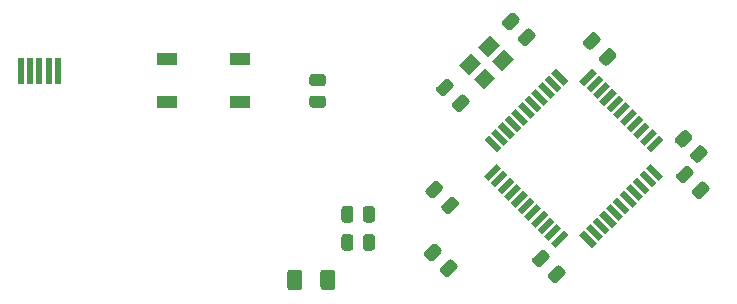
<source format=gbr>
%TF.GenerationSoftware,KiCad,Pcbnew,(5.1.9)-1*%
%TF.CreationDate,2021-04-12T01:02:27-04:00*%
%TF.ProjectId,Genesis Numpad,47656e65-7369-4732-904e-756d7061642e,rev?*%
%TF.SameCoordinates,Original*%
%TF.FileFunction,Paste,Bot*%
%TF.FilePolarity,Positive*%
%FSLAX46Y46*%
G04 Gerber Fmt 4.6, Leading zero omitted, Abs format (unit mm)*
G04 Created by KiCad (PCBNEW (5.1.9)-1) date 2021-04-12 01:02:27*
%MOMM*%
%LPD*%
G01*
G04 APERTURE LIST*
%ADD10C,0.100000*%
%ADD11R,0.500000X2.250000*%
%ADD12R,1.800000X1.100000*%
G04 APERTURE END LIST*
D10*
%TO.C,Y1*%
G36*
X115899130Y-23723180D02*
G01*
X116747658Y-24571708D01*
X115757708Y-25561658D01*
X114909180Y-24713130D01*
X115899130Y-23723180D01*
G37*
G36*
X114343495Y-25278815D02*
G01*
X115192023Y-26127343D01*
X114202073Y-27117293D01*
X113353545Y-26268765D01*
X114343495Y-25278815D01*
G37*
G36*
X115545576Y-26480896D02*
G01*
X116394104Y-27329424D01*
X115404154Y-28319374D01*
X114555626Y-27470846D01*
X115545576Y-26480896D01*
G37*
G36*
X117101211Y-24925261D02*
G01*
X117949739Y-25773789D01*
X116959789Y-26763739D01*
X116111261Y-25915211D01*
X117101211Y-24925261D01*
G37*
%TD*%
D11*
%TO.C,USB1*%
X76187500Y-26725000D03*
X76987500Y-26725000D03*
X77787500Y-26725000D03*
X78587500Y-26725000D03*
X79387500Y-26725000D03*
%TD*%
D10*
%TO.C,U1*%
G36*
X123508548Y-40654310D02*
G01*
X123897456Y-40265402D01*
X124958116Y-41326062D01*
X124569208Y-41714970D01*
X123508548Y-40654310D01*
G37*
G36*
X124074233Y-40088624D02*
G01*
X124463141Y-39699716D01*
X125523801Y-40760376D01*
X125134893Y-41149284D01*
X124074233Y-40088624D01*
G37*
G36*
X124639918Y-39522939D02*
G01*
X125028826Y-39134031D01*
X126089486Y-40194691D01*
X125700578Y-40583599D01*
X124639918Y-39522939D01*
G37*
G36*
X125205604Y-38957254D02*
G01*
X125594512Y-38568346D01*
X126655172Y-39629006D01*
X126266264Y-40017914D01*
X125205604Y-38957254D01*
G37*
G36*
X125771289Y-38391568D02*
G01*
X126160197Y-38002660D01*
X127220857Y-39063320D01*
X126831949Y-39452228D01*
X125771289Y-38391568D01*
G37*
G36*
X126336975Y-37825883D02*
G01*
X126725883Y-37436975D01*
X127786543Y-38497635D01*
X127397635Y-38886543D01*
X126336975Y-37825883D01*
G37*
G36*
X126902660Y-37260197D02*
G01*
X127291568Y-36871289D01*
X128352228Y-37931949D01*
X127963320Y-38320857D01*
X126902660Y-37260197D01*
G37*
G36*
X127468346Y-36694512D02*
G01*
X127857254Y-36305604D01*
X128917914Y-37366264D01*
X128529006Y-37755172D01*
X127468346Y-36694512D01*
G37*
G36*
X128034031Y-36128826D02*
G01*
X128422939Y-35739918D01*
X129483599Y-36800578D01*
X129094691Y-37189486D01*
X128034031Y-36128826D01*
G37*
G36*
X128599716Y-35563141D02*
G01*
X128988624Y-35174233D01*
X130049284Y-36234893D01*
X129660376Y-36623801D01*
X128599716Y-35563141D01*
G37*
G36*
X129165402Y-34997456D02*
G01*
X129554310Y-34608548D01*
X130614970Y-35669208D01*
X130226062Y-36058116D01*
X129165402Y-34997456D01*
G37*
G36*
X129554310Y-33653952D02*
G01*
X129165402Y-33265044D01*
X130226062Y-32204384D01*
X130614970Y-32593292D01*
X129554310Y-33653952D01*
G37*
G36*
X128988624Y-33088267D02*
G01*
X128599716Y-32699359D01*
X129660376Y-31638699D01*
X130049284Y-32027607D01*
X128988624Y-33088267D01*
G37*
G36*
X128422939Y-32522582D02*
G01*
X128034031Y-32133674D01*
X129094691Y-31073014D01*
X129483599Y-31461922D01*
X128422939Y-32522582D01*
G37*
G36*
X127857254Y-31956896D02*
G01*
X127468346Y-31567988D01*
X128529006Y-30507328D01*
X128917914Y-30896236D01*
X127857254Y-31956896D01*
G37*
G36*
X127291568Y-31391211D02*
G01*
X126902660Y-31002303D01*
X127963320Y-29941643D01*
X128352228Y-30330551D01*
X127291568Y-31391211D01*
G37*
G36*
X126725883Y-30825525D02*
G01*
X126336975Y-30436617D01*
X127397635Y-29375957D01*
X127786543Y-29764865D01*
X126725883Y-30825525D01*
G37*
G36*
X126160197Y-30259840D02*
G01*
X125771289Y-29870932D01*
X126831949Y-28810272D01*
X127220857Y-29199180D01*
X126160197Y-30259840D01*
G37*
G36*
X125594512Y-29694154D02*
G01*
X125205604Y-29305246D01*
X126266264Y-28244586D01*
X126655172Y-28633494D01*
X125594512Y-29694154D01*
G37*
G36*
X125028826Y-29128469D02*
G01*
X124639918Y-28739561D01*
X125700578Y-27678901D01*
X126089486Y-28067809D01*
X125028826Y-29128469D01*
G37*
G36*
X124463141Y-28562784D02*
G01*
X124074233Y-28173876D01*
X125134893Y-27113216D01*
X125523801Y-27502124D01*
X124463141Y-28562784D01*
G37*
G36*
X123897456Y-27997098D02*
G01*
X123508548Y-27608190D01*
X124569208Y-26547530D01*
X124958116Y-26936438D01*
X123897456Y-27997098D01*
G37*
G36*
X121104384Y-26936438D02*
G01*
X121493292Y-26547530D01*
X122553952Y-27608190D01*
X122165044Y-27997098D01*
X121104384Y-26936438D01*
G37*
G36*
X120538699Y-27502124D02*
G01*
X120927607Y-27113216D01*
X121988267Y-28173876D01*
X121599359Y-28562784D01*
X120538699Y-27502124D01*
G37*
G36*
X119973014Y-28067809D02*
G01*
X120361922Y-27678901D01*
X121422582Y-28739561D01*
X121033674Y-29128469D01*
X119973014Y-28067809D01*
G37*
G36*
X119407328Y-28633494D02*
G01*
X119796236Y-28244586D01*
X120856896Y-29305246D01*
X120467988Y-29694154D01*
X119407328Y-28633494D01*
G37*
G36*
X118841643Y-29199180D02*
G01*
X119230551Y-28810272D01*
X120291211Y-29870932D01*
X119902303Y-30259840D01*
X118841643Y-29199180D01*
G37*
G36*
X118275957Y-29764865D02*
G01*
X118664865Y-29375957D01*
X119725525Y-30436617D01*
X119336617Y-30825525D01*
X118275957Y-29764865D01*
G37*
G36*
X117710272Y-30330551D02*
G01*
X118099180Y-29941643D01*
X119159840Y-31002303D01*
X118770932Y-31391211D01*
X117710272Y-30330551D01*
G37*
G36*
X117144586Y-30896236D02*
G01*
X117533494Y-30507328D01*
X118594154Y-31567988D01*
X118205246Y-31956896D01*
X117144586Y-30896236D01*
G37*
G36*
X116578901Y-31461922D02*
G01*
X116967809Y-31073014D01*
X118028469Y-32133674D01*
X117639561Y-32522582D01*
X116578901Y-31461922D01*
G37*
G36*
X116013216Y-32027607D02*
G01*
X116402124Y-31638699D01*
X117462784Y-32699359D01*
X117073876Y-33088267D01*
X116013216Y-32027607D01*
G37*
G36*
X115447530Y-32593292D02*
G01*
X115836438Y-32204384D01*
X116897098Y-33265044D01*
X116508190Y-33653952D01*
X115447530Y-32593292D01*
G37*
G36*
X115836438Y-36058116D02*
G01*
X115447530Y-35669208D01*
X116508190Y-34608548D01*
X116897098Y-34997456D01*
X115836438Y-36058116D01*
G37*
G36*
X116402124Y-36623801D02*
G01*
X116013216Y-36234893D01*
X117073876Y-35174233D01*
X117462784Y-35563141D01*
X116402124Y-36623801D01*
G37*
G36*
X116967809Y-37189486D02*
G01*
X116578901Y-36800578D01*
X117639561Y-35739918D01*
X118028469Y-36128826D01*
X116967809Y-37189486D01*
G37*
G36*
X117533494Y-37755172D02*
G01*
X117144586Y-37366264D01*
X118205246Y-36305604D01*
X118594154Y-36694512D01*
X117533494Y-37755172D01*
G37*
G36*
X118099180Y-38320857D02*
G01*
X117710272Y-37931949D01*
X118770932Y-36871289D01*
X119159840Y-37260197D01*
X118099180Y-38320857D01*
G37*
G36*
X118664865Y-38886543D02*
G01*
X118275957Y-38497635D01*
X119336617Y-37436975D01*
X119725525Y-37825883D01*
X118664865Y-38886543D01*
G37*
G36*
X119230551Y-39452228D02*
G01*
X118841643Y-39063320D01*
X119902303Y-38002660D01*
X120291211Y-38391568D01*
X119230551Y-39452228D01*
G37*
G36*
X119796236Y-40017914D02*
G01*
X119407328Y-39629006D01*
X120467988Y-38568346D01*
X120856896Y-38957254D01*
X119796236Y-40017914D01*
G37*
G36*
X120361922Y-40583599D02*
G01*
X119973014Y-40194691D01*
X121033674Y-39134031D01*
X121422582Y-39522939D01*
X120361922Y-40583599D01*
G37*
G36*
X120927607Y-41149284D02*
G01*
X120538699Y-40760376D01*
X121599359Y-39699716D01*
X121988267Y-40088624D01*
X120927607Y-41149284D01*
G37*
G36*
X121493292Y-41714970D02*
G01*
X121104384Y-41326062D01*
X122165044Y-40265402D01*
X122553952Y-40654310D01*
X121493292Y-41714970D01*
G37*
%TD*%
D12*
%TO.C,SW1*%
X94794000Y-29409000D03*
X88594000Y-25709000D03*
X94794000Y-25709000D03*
X88594000Y-29409000D03*
%TD*%
%TO.C,R4*%
G36*
G01*
X133004356Y-32545958D02*
X132367958Y-33182356D01*
G75*
G02*
X132014406Y-33182356I-176776J176776D01*
G01*
X131643174Y-32811124D01*
G75*
G02*
X131643174Y-32457572I176776J176776D01*
G01*
X132279572Y-31821174D01*
G75*
G02*
X132633124Y-31821174I176776J-176776D01*
G01*
X133004356Y-32192406D01*
G75*
G02*
X133004356Y-32545958I-176776J-176776D01*
G01*
G37*
G36*
G01*
X134294826Y-33836428D02*
X133658428Y-34472826D01*
G75*
G02*
X133304876Y-34472826I-176776J176776D01*
G01*
X132933644Y-34101594D01*
G75*
G02*
X132933644Y-33748042I176776J176776D01*
G01*
X133570042Y-33111644D01*
G75*
G02*
X133923594Y-33111644I176776J-176776D01*
G01*
X134294826Y-33482876D01*
G75*
G02*
X134294826Y-33836428I-176776J-176776D01*
G01*
G37*
%TD*%
%TO.C,R3*%
G36*
G01*
X100895999Y-28848000D02*
X101796001Y-28848000D01*
G75*
G02*
X102046000Y-29097999I0J-249999D01*
G01*
X102046000Y-29623001D01*
G75*
G02*
X101796001Y-29873000I-249999J0D01*
G01*
X100895999Y-29873000D01*
G75*
G02*
X100646000Y-29623001I0J249999D01*
G01*
X100646000Y-29097999D01*
G75*
G02*
X100895999Y-28848000I249999J0D01*
G01*
G37*
G36*
G01*
X100895999Y-27023000D02*
X101796001Y-27023000D01*
G75*
G02*
X102046000Y-27272999I0J-249999D01*
G01*
X102046000Y-27798001D01*
G75*
G02*
X101796001Y-28048000I-249999J0D01*
G01*
X100895999Y-28048000D01*
G75*
G02*
X100646000Y-27798001I0J249999D01*
G01*
X100646000Y-27272999D01*
G75*
G02*
X100895999Y-27023000I249999J0D01*
G01*
G37*
%TD*%
%TO.C,R2*%
G36*
G01*
X104375000Y-38443749D02*
X104375000Y-39343751D01*
G75*
G02*
X104125001Y-39593750I-249999J0D01*
G01*
X103599999Y-39593750D01*
G75*
G02*
X103350000Y-39343751I0J249999D01*
G01*
X103350000Y-38443749D01*
G75*
G02*
X103599999Y-38193750I249999J0D01*
G01*
X104125001Y-38193750D01*
G75*
G02*
X104375000Y-38443749I0J-249999D01*
G01*
G37*
G36*
G01*
X106200000Y-38443749D02*
X106200000Y-39343751D01*
G75*
G02*
X105950001Y-39593750I-249999J0D01*
G01*
X105424999Y-39593750D01*
G75*
G02*
X105175000Y-39343751I0J249999D01*
G01*
X105175000Y-38443749D01*
G75*
G02*
X105424999Y-38193750I249999J0D01*
G01*
X105950001Y-38193750D01*
G75*
G02*
X106200000Y-38443749I0J-249999D01*
G01*
G37*
%TD*%
%TO.C,R1*%
G36*
G01*
X104375000Y-40824999D02*
X104375000Y-41725001D01*
G75*
G02*
X104125001Y-41975000I-249999J0D01*
G01*
X103599999Y-41975000D01*
G75*
G02*
X103350000Y-41725001I0J249999D01*
G01*
X103350000Y-40824999D01*
G75*
G02*
X103599999Y-40575000I249999J0D01*
G01*
X104125001Y-40575000D01*
G75*
G02*
X104375000Y-40824999I0J-249999D01*
G01*
G37*
G36*
G01*
X106200000Y-40824999D02*
X106200000Y-41725001D01*
G75*
G02*
X105950001Y-41975000I-249999J0D01*
G01*
X105424999Y-41975000D01*
G75*
G02*
X105175000Y-41725001I0J249999D01*
G01*
X105175000Y-40824999D01*
G75*
G02*
X105424999Y-40575000I249999J0D01*
G01*
X105950001Y-40575000D01*
G75*
G02*
X106200000Y-40824999I0J-249999D01*
G01*
G37*
%TD*%
%TO.C,F1*%
G36*
G01*
X100031250Y-43825000D02*
X100031250Y-45075000D01*
G75*
G02*
X99781250Y-45325000I-250000J0D01*
G01*
X99031250Y-45325000D01*
G75*
G02*
X98781250Y-45075000I0J250000D01*
G01*
X98781250Y-43825000D01*
G75*
G02*
X99031250Y-43575000I250000J0D01*
G01*
X99781250Y-43575000D01*
G75*
G02*
X100031250Y-43825000I0J-250000D01*
G01*
G37*
G36*
G01*
X102831250Y-43825000D02*
X102831250Y-45075000D01*
G75*
G02*
X102581250Y-45325000I-250000J0D01*
G01*
X101831250Y-45325000D01*
G75*
G02*
X101581250Y-45075000I0J250000D01*
G01*
X101581250Y-43825000D01*
G75*
G02*
X101831250Y-43575000I250000J0D01*
G01*
X102581250Y-43575000D01*
G75*
G02*
X102831250Y-43825000I0J-250000D01*
G01*
G37*
%TD*%
%TO.C,C7*%
G36*
G01*
X111904678Y-36810927D02*
X111232927Y-37482678D01*
G75*
G02*
X110879373Y-37482678I-176777J176777D01*
G01*
X110525820Y-37129125D01*
G75*
G02*
X110525820Y-36775571I176777J176777D01*
G01*
X111197571Y-36103820D01*
G75*
G02*
X111551125Y-36103820I176777J-176777D01*
G01*
X111904678Y-36457373D01*
G75*
G02*
X111904678Y-36810927I-176777J-176777D01*
G01*
G37*
G36*
G01*
X113248180Y-38154429D02*
X112576429Y-38826180D01*
G75*
G02*
X112222875Y-38826180I-176777J176777D01*
G01*
X111869322Y-38472627D01*
G75*
G02*
X111869322Y-38119073I176777J176777D01*
G01*
X112541073Y-37447322D01*
G75*
G02*
X112894627Y-37447322I176777J-176777D01*
G01*
X113248180Y-37800875D01*
G75*
G02*
X113248180Y-38154429I-176777J-176777D01*
G01*
G37*
%TD*%
%TO.C,C6*%
G36*
G01*
X111777678Y-42144927D02*
X111105927Y-42816678D01*
G75*
G02*
X110752373Y-42816678I-176777J176777D01*
G01*
X110398820Y-42463125D01*
G75*
G02*
X110398820Y-42109571I176777J176777D01*
G01*
X111070571Y-41437820D01*
G75*
G02*
X111424125Y-41437820I176777J-176777D01*
G01*
X111777678Y-41791373D01*
G75*
G02*
X111777678Y-42144927I-176777J-176777D01*
G01*
G37*
G36*
G01*
X113121180Y-43488429D02*
X112449429Y-44160180D01*
G75*
G02*
X112095875Y-44160180I-176777J176777D01*
G01*
X111742322Y-43806627D01*
G75*
G02*
X111742322Y-43453073I176777J176777D01*
G01*
X112414073Y-42781322D01*
G75*
G02*
X112767627Y-42781322I176777J-176777D01*
G01*
X113121180Y-43134875D01*
G75*
G02*
X113121180Y-43488429I-176777J-176777D01*
G01*
G37*
%TD*%
%TO.C,C5*%
G36*
G01*
X120886322Y-43961073D02*
X121558073Y-43289322D01*
G75*
G02*
X121911627Y-43289322I176777J-176777D01*
G01*
X122265180Y-43642875D01*
G75*
G02*
X122265180Y-43996429I-176777J-176777D01*
G01*
X121593429Y-44668180D01*
G75*
G02*
X121239875Y-44668180I-176777J176777D01*
G01*
X120886322Y-44314627D01*
G75*
G02*
X120886322Y-43961073I176777J176777D01*
G01*
G37*
G36*
G01*
X119542820Y-42617571D02*
X120214571Y-41945820D01*
G75*
G02*
X120568125Y-41945820I176777J-176777D01*
G01*
X120921678Y-42299373D01*
G75*
G02*
X120921678Y-42652927I-176777J-176777D01*
G01*
X120249927Y-43324678D01*
G75*
G02*
X119896373Y-43324678I-176777J176777D01*
G01*
X119542820Y-42971125D01*
G75*
G02*
X119542820Y-42617571I176777J176777D01*
G01*
G37*
%TD*%
%TO.C,C4*%
G36*
G01*
X112758322Y-29483073D02*
X113430073Y-28811322D01*
G75*
G02*
X113783627Y-28811322I176777J-176777D01*
G01*
X114137180Y-29164875D01*
G75*
G02*
X114137180Y-29518429I-176777J-176777D01*
G01*
X113465429Y-30190180D01*
G75*
G02*
X113111875Y-30190180I-176777J176777D01*
G01*
X112758322Y-29836627D01*
G75*
G02*
X112758322Y-29483073I176777J176777D01*
G01*
G37*
G36*
G01*
X111414820Y-28139571D02*
X112086571Y-27467820D01*
G75*
G02*
X112440125Y-27467820I176777J-176777D01*
G01*
X112793678Y-27821373D01*
G75*
G02*
X112793678Y-28174927I-176777J-176777D01*
G01*
X112121927Y-28846678D01*
G75*
G02*
X111768373Y-28846678I-176777J176777D01*
G01*
X111414820Y-28493125D01*
G75*
G02*
X111414820Y-28139571I176777J176777D01*
G01*
G37*
%TD*%
%TO.C,C3*%
G36*
G01*
X118381678Y-22586927D02*
X117709927Y-23258678D01*
G75*
G02*
X117356373Y-23258678I-176777J176777D01*
G01*
X117002820Y-22905125D01*
G75*
G02*
X117002820Y-22551571I176777J176777D01*
G01*
X117674571Y-21879820D01*
G75*
G02*
X118028125Y-21879820I176777J-176777D01*
G01*
X118381678Y-22233373D01*
G75*
G02*
X118381678Y-22586927I-176777J-176777D01*
G01*
G37*
G36*
G01*
X119725180Y-23930429D02*
X119053429Y-24602180D01*
G75*
G02*
X118699875Y-24602180I-176777J176777D01*
G01*
X118346322Y-24248627D01*
G75*
G02*
X118346322Y-23895073I176777J176777D01*
G01*
X119018073Y-23223322D01*
G75*
G02*
X119371627Y-23223322I176777J-176777D01*
G01*
X119725180Y-23576875D01*
G75*
G02*
X119725180Y-23930429I-176777J-176777D01*
G01*
G37*
%TD*%
%TO.C,C2*%
G36*
G01*
X133078322Y-36849073D02*
X133750073Y-36177322D01*
G75*
G02*
X134103627Y-36177322I176777J-176777D01*
G01*
X134457180Y-36530875D01*
G75*
G02*
X134457180Y-36884429I-176777J-176777D01*
G01*
X133785429Y-37556180D01*
G75*
G02*
X133431875Y-37556180I-176777J176777D01*
G01*
X133078322Y-37202627D01*
G75*
G02*
X133078322Y-36849073I176777J176777D01*
G01*
G37*
G36*
G01*
X131734820Y-35505571D02*
X132406571Y-34833820D01*
G75*
G02*
X132760125Y-34833820I176777J-176777D01*
G01*
X133113678Y-35187373D01*
G75*
G02*
X133113678Y-35540927I-176777J-176777D01*
G01*
X132441927Y-36212678D01*
G75*
G02*
X132088373Y-36212678I-176777J176777D01*
G01*
X131734820Y-35859125D01*
G75*
G02*
X131734820Y-35505571I176777J176777D01*
G01*
G37*
%TD*%
%TO.C,C1*%
G36*
G01*
X125239678Y-24237927D02*
X124567927Y-24909678D01*
G75*
G02*
X124214373Y-24909678I-176777J176777D01*
G01*
X123860820Y-24556125D01*
G75*
G02*
X123860820Y-24202571I176777J176777D01*
G01*
X124532571Y-23530820D01*
G75*
G02*
X124886125Y-23530820I176777J-176777D01*
G01*
X125239678Y-23884373D01*
G75*
G02*
X125239678Y-24237927I-176777J-176777D01*
G01*
G37*
G36*
G01*
X126583180Y-25581429D02*
X125911429Y-26253180D01*
G75*
G02*
X125557875Y-26253180I-176777J176777D01*
G01*
X125204322Y-25899627D01*
G75*
G02*
X125204322Y-25546073I176777J176777D01*
G01*
X125876073Y-24874322D01*
G75*
G02*
X126229627Y-24874322I176777J-176777D01*
G01*
X126583180Y-25227875D01*
G75*
G02*
X126583180Y-25581429I-176777J-176777D01*
G01*
G37*
%TD*%
M02*

</source>
